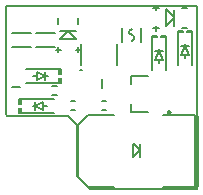
<source format=gto>
G04*
G04 #@! TF.GenerationSoftware,Altium Limited,Altium Designer,20.2.7 (254)*
G04*
G04 Layer_Color=65535*
%FSLAX25Y25*%
%MOIN*%
G70*
G04*
G04 #@! TF.SameCoordinates,DA4A69CC-0FFB-40CA-8B1E-561776DE4CFB*
G04*
G04*
G04 #@! TF.FilePolarity,Positive*
G04*
G01*
G75*
%ADD10C,0.00984*%
%ADD11C,0.00591*%
%ADD12C,0.00787*%
%ADD13C,0.01575*%
%ADD14C,0.00669*%
%ADD15C,0.00800*%
D10*
X55118Y26083D02*
X54380Y26509D01*
Y25657D01*
X55118Y26083D01*
D11*
X25787Y40098D02*
X25000D01*
X25787D01*
X4811Y25886D02*
X16339D01*
X4811Y30512D02*
X16339D01*
X4811Y28756D02*
Y30512D01*
Y29150D02*
X5311D01*
Y25984D02*
Y27543D01*
X4811Y27150D02*
X5311D01*
X4811Y25886D02*
Y27543D01*
X5311Y28756D02*
Y30512D01*
X57776Y41732D02*
Y53260D01*
X62402Y41732D02*
Y53260D01*
X60646D02*
X62402D01*
X61039Y52760D02*
Y53260D01*
X57874Y52760D02*
X59433D01*
X59039D02*
Y53260D01*
X57776D02*
X59433D01*
X60646Y52760D02*
X62402D01*
X7185Y40453D02*
X18713D01*
X7185Y35827D02*
X18713D01*
Y37583D01*
X18213Y37189D02*
X18713D01*
X18213Y38795D02*
Y40354D01*
Y39189D02*
X18713D01*
Y38795D02*
Y40453D01*
X18213Y35827D02*
Y37583D01*
X49104Y40049D02*
Y51577D01*
X53730Y40049D02*
Y51577D01*
X51974D02*
X53730D01*
X52368Y51077D02*
Y51577D01*
X49203Y51077D02*
X50762D01*
X50368D02*
Y51577D01*
X49104D02*
X50762D01*
X51974Y51077D02*
X53730D01*
D12*
X42323Y49815D02*
X43175Y50307D01*
Y51292D01*
X42323Y51784D01*
Y53761D02*
X41471Y53269D01*
Y52285D01*
X42323Y51793D01*
X10414Y47825D02*
X16713D01*
X10433Y52362D02*
X16732D01*
X32283Y34055D02*
Y37008D01*
X41949Y35531D02*
Y38189D01*
Y25984D02*
Y28839D01*
Y25984D02*
X47756D01*
X41949Y38189D02*
X47756D01*
X2343Y47923D02*
X8642D01*
X2362Y52461D02*
X8661D01*
X37500Y41673D02*
Y48760D01*
X25295Y41673D02*
Y48760D01*
X25492D01*
X25295Y41673D02*
X25492D01*
X37303Y48760D02*
X37500D01*
X37303Y41673D02*
X37500D01*
X24114Y4721D02*
Y21944D01*
X394Y25394D02*
X867Y24921D01*
X21137D01*
X28441Y394D02*
X64075D01*
X21137Y24921D02*
X24114Y21944D01*
X394Y25394D02*
Y61516D01*
X64075D01*
Y394D02*
Y61516D01*
X24114Y4721D02*
X28441Y394D01*
X27739Y1083D02*
X36319D01*
X24311Y4548D02*
Y21752D01*
X63386Y1083D02*
Y25098D01*
X52756D02*
X63386D01*
X52756Y1083D02*
X63386D01*
X24311Y4548D02*
X27739Y1083D01*
X24311Y21752D02*
X27657Y25098D01*
X36319D01*
X42618Y11122D02*
Y15453D01*
X42815Y11122D02*
X44980Y13287D01*
X42618Y11122D02*
X42815D01*
X43012Y15453D02*
X44980Y13484D01*
X42618Y15453D02*
X43012D01*
X44980Y11122D02*
Y12697D01*
Y11122D02*
Y15453D01*
X49409Y60827D02*
X51221D01*
X56457Y54764D02*
Y60197D01*
X50295Y53248D02*
Y54921D01*
X53740Y60315D02*
X56417Y57638D01*
X59055Y60827D02*
X60827D01*
X59055Y54094D02*
X60827D01*
X49409D02*
X51221D01*
X53740Y54764D02*
X56417Y57441D01*
X53740Y54764D02*
Y60197D01*
X56417Y57441D02*
Y57638D01*
X50295Y60039D02*
Y61516D01*
X2264Y34606D02*
X5217D01*
X17126Y46850D02*
X18602D01*
X21004Y52972D02*
X21201D01*
X18445Y50295D02*
X23878D01*
X21201Y52972D02*
X23878Y50295D01*
X24547Y45965D02*
Y47776D01*
Y55610D02*
Y57382D01*
X17815Y55610D02*
Y57382D01*
X18327Y50295D02*
X21004Y52972D01*
X23720Y46850D02*
X25394D01*
X18445Y53012D02*
X23878D01*
X17815Y45965D02*
Y47776D01*
X39173Y49311D02*
Y54232D01*
X45472Y49311D02*
Y54232D01*
D13*
X63779Y1772D02*
Y24311D01*
D14*
X10039Y26772D02*
Y29528D01*
Y28150D02*
X12795Y26772D01*
X9252Y28150D02*
X10039D01*
X12795D02*
X13976D01*
X12795Y26772D02*
Y29528D01*
X10039Y28150D02*
X12795Y29528D01*
X58661Y48031D02*
X61417D01*
X58661Y45276D02*
X60039Y48031D01*
Y48819D01*
Y44094D02*
Y45276D01*
X58661D02*
X61417D01*
X60039Y48031D02*
X61417Y45276D01*
X13484Y36811D02*
Y39567D01*
X10728D02*
X13484Y38189D01*
X14272D01*
X9547D02*
X10728D01*
Y36811D02*
Y39567D01*
Y36811D02*
X13484Y38189D01*
X49990Y46349D02*
X52746D01*
X49990Y43593D02*
X51368Y46349D01*
Y47136D01*
Y42412D02*
Y43593D01*
X49990D02*
X52746D01*
X51368Y46349D02*
X52746Y43593D01*
D15*
X21945Y26886D02*
X23519Y26886D01*
X21949Y29823D02*
X23524Y29823D01*
X15752Y34629D02*
X17327Y34629D01*
X15748Y31693D02*
X17323Y31693D01*
X32279Y26690D02*
X33854Y26690D01*
X32283Y29626D02*
X33858Y29626D01*
M02*

</source>
